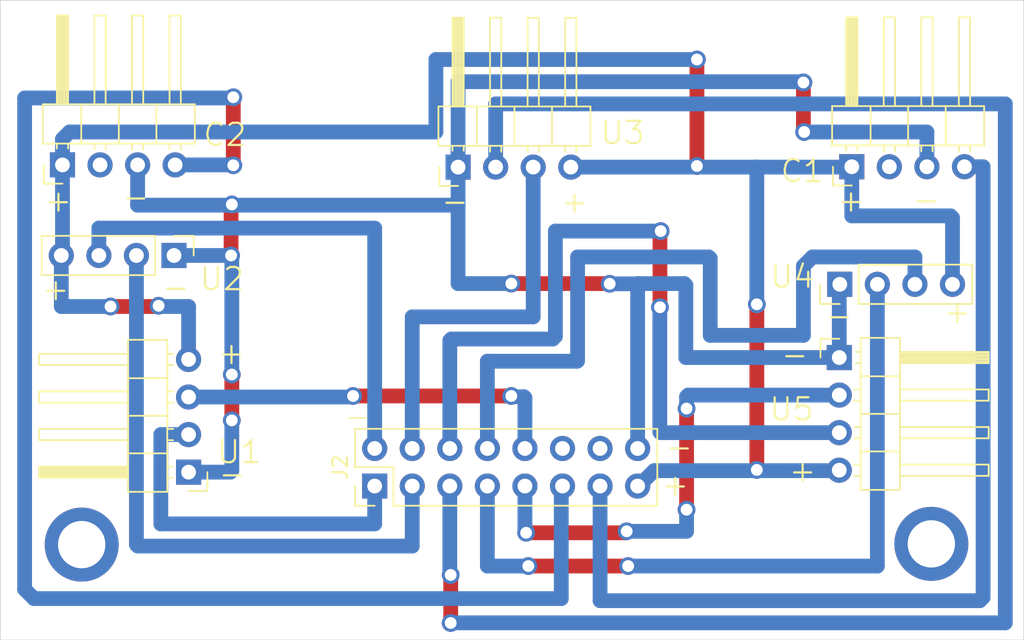
<source format=kicad_pcb>
(kicad_pcb (version 20240108) (generator "pcbnew") (generator_version "8.0")
  (layers (0 "F.Cu" signal) (31 "B.Cu" signal) (34 "B.Paste" user) (35 "F.Paste" user) (36 "B.SilkS" user "B.Silkscreen") (37 "F.SilkS" user "F.Silkscreen") (38 "B.Mask" user) (39 "F.Mask" user) (44 "Edge.Cuts" user))
  (net 0 "")
  (net 2 "GND")
  (net 3 "+5V")
  (net 5 "CNY 1")
  (net 6 "CNY 2")
  (net 7 "TRIG 3")
  (net 8 "ECHO 5")
  (net 9 "ECHO 2")
  (net 10 "TRIG 1")
  (net 11 "ECHO 1")
  (net 12 "TRIG 5")
  (net 13 "TRIG 2")
  (net 14 "ECHO 3")
  (net 15 "ECHO 4")
  (net 16 "TRIG 4")
  (footprint "Connector_PinHeader_2.54mm:PinHeader_1x04_P2.54mm_Horizontal" (layer "F.Cu") (at 183.375 67.3 180)
    (property "Reference" "U1" (at -3.425 1.36 180) (layer "F.SilkS") (effects (font (size 1.5 1.5))))
    (property "Value" "ULTRASONICO1")
    (fp_line (start 10.1 8) (end 4.1 8) (stroke (width 0.12)) (layer "F.SilkS"))
    (fp_line (start 10.1 7.24) (end 10.1 8) (stroke (width 0.12)) (layer "F.SilkS"))
    (fp_line (start 10.1 5.46) (end 4.1 5.46) (stroke (width 0.12)) (layer "F.SilkS"))
    (fp_line (start 10.1 4.7) (end 10.1 5.46) (stroke (width 0.12)) (layer "F.SilkS"))
    (fp_line (start 10.1 2.92) (end 4.1 2.92) (stroke (width 0.12)) (layer "F.SilkS"))
    (fp_line (start 10.1 2.16) (end 10.1 2.92) (stroke (width 0.12)) (layer "F.SilkS"))
    (fp_line (start 10.1 0.38) (end 4.1 0.38) (stroke (width 0.12)) (layer "F.SilkS"))
    (fp_line (start 10.1 -0.38) (end 10.1 0.38) (stroke (width 0.12)) (layer "F.SilkS"))
    (fp_line (start 4.1 8.95) (end 4.1 -1.33) (stroke (width 0.12)) (layer "F.SilkS"))
    (fp_line (start 4.1 7.24) (end 10.1 7.24) (stroke (width 0.12)) (layer "F.SilkS"))
    (fp_line (start 4.1 4.7) (end 10.1 4.7) (stroke (width 0.12)) (layer "F.SilkS"))
    (fp_line (start 4.1 2.16) (end 10.1 2.16) (stroke (width 0.12)) (layer "F.SilkS"))
    (fp_line (start 4.1 0.28) (end 10.1 0.28) (stroke (width 0.12)) (layer "F.SilkS"))
    (fp_line (start 4.1 0.16) (end 10.1 0.16) (stroke (width 0.12)) (layer "F.SilkS"))
    (fp_line (start 4.1 0.04) (end 10.1 0.04) (stroke (width 0.12)) (layer "F.SilkS"))
    (fp_line (start 4.1 -0.08) (end 10.1 -0.08) (stroke (width 0.12)) (layer "F.SilkS"))
    (fp_line (start 4.1 -0.2) (end 10.1 -0.2) (stroke (width 0.12)) (layer "F.SilkS"))
    (fp_line (start 4.1 -0.32) (end 10.1 -0.32) (stroke (width 0.12)) (layer "F.SilkS"))
    (fp_line (start 4.1 -0.38) (end 10.1 -0.38) (stroke (width 0.12)) (layer "F.SilkS"))
    (fp_line (start 4.1 -1.33) (end 1.44 -1.33) (stroke (width 0.12)) (layer "F.SilkS"))
    (fp_line (start 1.44 8.95) (end 4.1 8.95) (stroke (width 0.12)) (layer "F.SilkS"))
    (fp_line (start 1.44 6.35) (end 4.1 6.35) (stroke (width 0.12)) (layer "F.SilkS"))
    (fp_line (start 1.44 3.81) (end 4.1 3.81) (stroke (width 0.12)) (layer "F.SilkS"))
    (fp_line (start 1.44 1.27) (end 4.1 1.27) (stroke (width 0.12)) (layer "F.SilkS"))
    (fp_line (start 1.44 -1.33) (end 1.44 8.95) (stroke (width 0.12)) (layer "F.SilkS"))
    (fp_line (start 1.11 0.38) (end 1.44 0.38) (stroke (width 0.12)) (layer "F.SilkS"))
    (fp_line (start 1.11 -0.38) (end 1.44 -0.38) (stroke (width 0.12)) (layer "F.SilkS"))
    (fp_line (start 1.042929 8) (end 1.44 8) (stroke (width 0.12)) (layer "F.SilkS"))
    (fp_line (start 1.042929 7.24) (end 1.44 7.24) (stroke (width 0.12)) (layer "F.SilkS"))
    (fp_line (start 1.042929 5.46) (end 1.44 5.46) (stroke (width 0.12)) (layer "F.SilkS"))
    (fp_line (start 1.042929 4.7) (end 1.44 4.7) (stroke (width 0.12)) (layer "F.SilkS"))
    (fp_line (start 1.042929 2.92) (end 1.44 2.92) (stroke (width 0.12)) (layer "F.SilkS"))
    (fp_line (start 1.042929 2.16) (end 1.44 2.16) (stroke (width 0.12)) (layer "F.SilkS"))
    (fp_line (start -1.27 0) (end -1.27 -1.27) (stroke (width 0.12)) (layer "F.SilkS"))
    (fp_line (start -1.27 -1.27) (end 0 -1.27) (stroke (width 0.12)) (layer "F.SilkS"))
    (pad "1" thru_hole rect (at 0 0 180) (size 1.7 1.7) (drill 1) (layers "*.Cu" "*.Mask") (net 2 "GND"))
    (pad "2" thru_hole oval (at 0 2.54 180) (size 1.7 1.7) (drill 1) (layers "*.Cu" "*.Mask") (net 11 "ECHO 1"))
    (pad "3" thru_hole oval (at 0 5.08 180) (size 1.7 1.7) (drill 1) (layers "*.Cu" "*.Mask") (net 10 "TRIG 1"))
    (pad "4" thru_hole oval (at 0 7.62 180) (size 1.7 1.7) (drill 1) (layers "*.Cu" "*.Mask") (net 3 "+5V"))
  )
  (footprint "Connector_PinHeader_2.54mm:PinHeader_1x04_P2.54mm_Vertical" (layer "F.Cu") (at 182.39 52.65 -90)
    (property "Reference" "U2" (at 1.59 -3.24 180) (layer "F.SilkS") (effects (font (size 1.5 1.5))))
    (property "Value" "ULTRASONICO2")
    (fp_line (start -1.33 8.95) (end 1.33 8.95) (stroke (width 0.12)) (layer "F.SilkS"))
    (fp_line (start -1.33 1.27) (end -1.33 8.95) (stroke (width 0.12)) (layer "F.SilkS"))
    (fp_line (start -1.33 1.27) (end 1.33 1.27) (stroke (width 0.12)) (layer "F.SilkS"))
    (fp_line (start 1.33 1.27) (end 1.33 8.95) (stroke (width 0.12)) (layer "F.SilkS"))
    (fp_line (start -1.33 0) (end -1.33 -1.33) (stroke (width 0.12)) (layer "F.SilkS"))
    (fp_line (start -1.33 -1.33) (end 0 -1.33) (stroke (width 0.12)) (layer "F.SilkS"))
    (pad "1" thru_hole rect (at 0 0 270) (size 1.7 1.7) (drill 1) (layers "*.Cu" "*.Mask") (net 2 "GND"))
    (pad "2" thru_hole oval (at 0 2.54 270) (size 1.7 1.7) (drill 1) (layers "*.Cu" "*.Mask") (net 9 "ECHO 2"))
    (pad "3" thru_hole oval (at 0 5.08 270) (size 1.7 1.7) (drill 1) (layers "*.Cu" "*.Mask") (net 13 "TRIG 2"))
    (pad "4" thru_hole oval (at 0 7.62 270) (size 1.7 1.7) (drill 1) (layers "*.Cu" "*.Mask") (net 3 "+5V"))
  )
  (footprint "Connector_PinHeader_2.54mm:PinHeader_1x04_P2.54mm_Vertical" (layer "F.Cu") (at 227.41 54.6 90)
    (property "Reference" "U4" (at 0.53 -3.21 0) (layer "F.SilkS") (effects (font (size 1.5 1.5))))
    (property "Value" "ULTRASONICO4")
    (fp_line (start -1.33 -1.33) (end 0 -1.33) (stroke (width 0.12)) (layer "F.SilkS"))
    (fp_line (start -1.33 0) (end -1.33 -1.33) (stroke (width 0.12)) (layer "F.SilkS"))
    (fp_line (start 1.33 1.27) (end 1.33 8.95) (stroke (width 0.12)) (layer "F.SilkS"))
    (fp_line (start -1.33 1.27) (end 1.33 1.27) (stroke (width 0.12)) (layer "F.SilkS"))
    (fp_line (start -1.33 1.27) (end -1.33 8.95) (stroke (width 0.12)) (layer "F.SilkS"))
    (fp_line (start -1.33 8.95) (end 1.33 8.95) (stroke (width 0.12)) (layer "F.SilkS"))
    (pad "1" thru_hole rect (at 0 0 90) (size 1.7 1.7) (drill 1) (layers "*.Cu" "*.Mask") (net 2 "GND"))
    (pad "2" thru_hole oval (at 0 2.54 90) (size 1.7 1.7) (drill 1) (layers "*.Cu" "*.Mask") (net 15 "ECHO 4"))
    (pad "3" thru_hole oval (at 0 5.08 90) (size 1.7 1.7) (drill 1) (layers "*.Cu" "*.Mask") (net 16 "TRIG 4"))
    (pad "4" thru_hole oval (at 0 7.62 90) (size 1.7 1.7) (drill 1) (layers "*.Cu" "*.Mask") (net 3 "+5V"))
  )
  (footprint "" (layer "F.Cu") (at 176.15 72.2)
    (property "Reference" "" (at 0 0 0) (layer "F.SilkS") (effects (font (size 1.27 1.27))))
    (property "Value" "")
    (pad "1" thru_hole circle (at 0 0) (size 5 5) (drill 3.2) (layers "*.Cu" "*.Mask"))
  )
  (footprint "Connector_PinHeader_2.54mm:PinHeader_1x04_P2.54mm_Horizontal" (layer "F.Cu") (at 227.375 59.55)
    (property "Reference" "U5" (at -3.225 3.5 0) (layer "F.SilkS") (effects (font (size 1.5 1.5))))
    (property "Value" "ULTRASONICO5")
    (fp_line (start -1.27 -1.27) (end 0 -1.27) (stroke (width 0.12)) (layer "F.SilkS"))
    (fp_line (start -1.27 0) (end -1.27 -1.27) (stroke (width 0.12)) (layer "F.SilkS"))
    (fp_line (start 1.042929 2.16) (end 1.44 2.16) (stroke (width 0.12)) (layer "F.SilkS"))
    (fp_line (start 1.042929 2.92) (end 1.44 2.92) (stroke (width 0.12)) (layer "F.SilkS"))
    (fp_line (start 1.042929 4.7) (end 1.44 4.7) (stroke (width 0.12)) (layer "F.SilkS"))
    (fp_line (start 1.042929 5.46) (end 1.44 5.46) (stroke (width 0.12)) (layer "F.SilkS"))
    (fp_line (start 1.042929 7.24) (end 1.44 7.24) (stroke (width 0.12)) (layer "F.SilkS"))
    (fp_line (start 1.042929 8) (end 1.44 8) (stroke (width 0.12)) (layer "F.SilkS"))
    (fp_line (start 1.11 -0.38) (end 1.44 -0.38) (stroke (width 0.12)) (layer "F.SilkS"))
    (fp_line (start 1.11 0.38) (end 1.44 0.38) (stroke (width 0.12)) (layer "F.SilkS"))
    (fp_line (start 1.44 -1.33) (end 1.44 8.95) (stroke (width 0.12)) (layer "F.SilkS"))
    (fp_line (start 1.44 1.27) (end 4.1 1.27) (stroke (width 0.12)) (layer "F.SilkS"))
    (fp_line (start 1.44 3.81) (end 4.1 3.81) (stroke (width 0.12)) (layer "F.SilkS"))
    (fp_line (start 1.44 6.35) (end 4.1 6.35) (stroke (width 0.12)) (layer "F.SilkS"))
    (fp_line (start 1.44 8.95) (end 4.1 8.95) (stroke (width 0.12)) (layer "F.SilkS"))
    (fp_line (start 4.1 -1.33) (end 1.44 -1.33) (stroke (width 0.12)) (layer "F.SilkS"))
    (fp_line (start 4.1 -0.38) (end 10.1 -0.38) (stroke (width 0.12)) (layer "F.SilkS"))
    (fp_line (start 4.1 -0.32) (end 10.1 -0.32) (stroke (width 0.12)) (layer "F.SilkS"))
    (fp_line (start 4.1 -0.2) (end 10.1 -0.2) (stroke (width 0.12)) (layer "F.SilkS"))
    (fp_line (start 4.1 -0.08) (end 10.1 -0.08) (stroke (width 0.12)) (layer "F.SilkS"))
    (fp_line (start 4.1 0.04) (end 10.1 0.04) (stroke (width 0.12)) (layer "F.SilkS"))
    (fp_line (start 4.1 0.16) (end 10.1 0.16) (stroke (width 0.12)) (layer "F.SilkS"))
    (fp_line (start 4.1 0.28) (end 10.1 0.28) (stroke (width 0.12)) (layer "F.SilkS"))
    (fp_line (start 4.1 2.16) (end 10.1 2.16) (stroke (width 0.12)) (layer "F.SilkS"))
    (fp_line (start 4.1 4.7) (end 10.1 4.7) (stroke (width 0.12)) (layer "F.SilkS"))
    (fp_line (start 4.1 7.24) (end 10.1 7.24) (stroke (width 0.12)) (layer "F.SilkS"))
    (fp_line (start 4.1 8.95) (end 4.1 -1.33) (stroke (width 0.12)) (layer "F.SilkS"))
    (fp_line (start 10.1 -0.38) (end 10.1 0.38) (stroke (width 0.12)) (layer "F.SilkS"))
    (fp_line (start 10.1 0.38) (end 4.1 0.38) (stroke (width 0.12)) (layer "F.SilkS"))
    (fp_line (start 10.1 2.16) (end 10.1 2.92) (stroke (width 0.12)) (layer "F.SilkS"))
    (fp_line (start 10.1 2.92) (end 4.1 2.92) (stroke (width 0.12)) (layer "F.SilkS"))
    (fp_line (start 10.1 4.7) (end 10.1 5.46) (stroke (width 0.12)) (layer "F.SilkS"))
    (fp_line (start 10.1 5.46) (end 4.1 5.46) (stroke (width 0.12)) (layer "F.SilkS"))
    (fp_line (start 10.1 7.24) (end 10.1 8) (stroke (width 0.12)) (layer "F.SilkS"))
    (fp_line (start 10.1 8) (end 4.1 8) (stroke (width 0.12)) (layer "F.SilkS"))
    (pad "1" thru_hole rect (at 0 0) (size 1.7 1.7) (drill 1) (layers "*.Cu" "*.Mask") (net 2 "GND"))
    (pad "2" thru_hole oval (at 0 2.54) (size 1.7 1.7) (drill 1) (layers "*.Cu" "*.Mask") (net 8 "ECHO 5"))
    (pad "3" thru_hole oval (at 0 5.08) (size 1.7 1.7) (drill 1) (layers "*.Cu" "*.Mask") (net 12 "TRIG 5"))
    (pad "4" thru_hole oval (at 0 7.62) (size 1.7 1.7) (drill 1) (layers "*.Cu" "*.Mask") (net 3 "+5V"))
  )
  (footprint "" (layer "F.Cu") (at 233.6 72.15)
    (property "Reference" "" (at 0 0 0) (layer "F.SilkS") (effects (font (size 1.27 1.27))))
    (property "Value" "")
    (pad "1" thru_hole circle (at 0 0) (size 5 5) (drill 3.2) (layers "*.Cu" "*.Mask"))
  )
  (footprint "Connector_PinHeader_2.54mm:PinHeader_1x04_P2.54mm_Horizontal" (layer "F.Cu") (at 174.85 46.525 90)
    (property "Reference" "C2" (at 2.035 10.98 0) (layer "F.SilkS") (effects (font (size 1.5 1.5))))
    (property "Value" "CNY2")
    (fp_line (start 4.1 -1.33) (end 1.44 -1.33) (stroke (width 0.12)) (layer "F.SilkS"))
    (fp_line (start 1.44 -1.33) (end 1.44 8.95) (stroke (width 0.12)) (layer "F.SilkS"))
    (fp_line (start -1.27 -1.27) (end 0 -1.27) (stroke (width 0.12)) (layer "F.SilkS"))
    (fp_line (start 10.1 -0.38) (end 10.1 0.38) (stroke (width 0.12)) (layer "F.SilkS"))
    (fp_line (start 4.1 -0.38) (end 10.1 -0.38) (stroke (width 0.12)) (layer "F.SilkS"))
    (fp_line (start 1.11 -0.38) (end 1.44 -0.38) (stroke (width 0.12)) (layer "F.SilkS"))
    (fp_line (start 4.1 -0.32) (end 10.1 -0.32) (stroke (width 0.12)) (layer "F.SilkS"))
    (fp_line (start 4.1 -0.2) (end 10.1 -0.2) (stroke (width 0.12)) (layer "F.SilkS"))
    (fp_line (start 4.1 -0.08) (end 10.1 -0.08) (stroke (width 0.12)) (layer "F.SilkS"))
    (fp_line (start -1.27 0) (end -1.27 -1.27) (stroke (width 0.12)) (layer "F.SilkS"))
    (fp_line (start 4.1 0.04) (end 10.1 0.04) (stroke (width 0.12)) (layer "F.SilkS"))
    (fp_line (start 4.1 0.16) (end 10.1 0.16) (stroke (width 0.12)) (layer "F.SilkS"))
    (fp_line (start 4.1 0.28) (end 10.1 0.28) (stroke (width 0.12)) (layer "F.SilkS"))
    (fp_line (start 10.1 0.38) (end 4.1 0.38) (stroke (width 0.12)) (layer "F.SilkS"))
    (fp_line (start 1.11 0.38) (end 1.44 0.38) (stroke (width 0.12)) (layer "F.SilkS"))
    (fp_line (start 1.44 1.27) (end 4.1 1.27) (stroke (width 0.12)) (layer "F.SilkS"))
    (fp_line (start 10.1 2.16) (end 10.1 2.92) (stroke (width 0.12)) (layer "F.SilkS"))
    (fp_line (start 4.1 2.16) (end 10.1 2.16) (stroke (width 0.12)) (layer "F.SilkS"))
    (fp_line (start 1.042929 2.16) (end 1.44 2.16) (stroke (width 0.12)) (layer "F.SilkS"))
    (fp_line (start 10.1 2.92) (end 4.1 2.92) (stroke (width 0.12)) (layer "F.SilkS"))
    (fp_line (start 1.042929 2.92) (end 1.44 2.92) (stroke (width 0.12)) (layer "F.SilkS"))
    (fp_line (start 1.44 3.81) (end 4.1 3.81) (stroke (width 0.12)) (layer "F.SilkS"))
    (fp_line (start 10.1 4.7) (end 10.1 5.46) (stroke (width 0.12)) (layer "F.SilkS"))
    (fp_line (start 4.1 4.7) (end 10.1 4.7) (stroke (width 0.12)) (layer "F.SilkS"))
    (fp_line (start 1.042929 4.7) (end 1.44 4.7) (stroke (width 0.12)) (layer "F.SilkS"))
    (fp_line (start 10.1 5.46) (end 4.1 5.46) (stroke (width 0.12)) (layer "F.SilkS"))
    (fp_line (start 1.042929 5.46) (end 1.44 5.46) (stroke (width 0.12)) (layer "F.SilkS"))
    (fp_line (start 1.44 6.35) (end 4.1 6.35) (stroke (width 0.12)) (layer "F.SilkS"))
    (fp_line (start 10.1 7.24) (end 10.1 8) (stroke (width 0.12)) (layer "F.SilkS"))
    (fp_line (start 4.1 7.24) (end 10.1 7.24) (stroke (width 0.12)) (layer "F.SilkS"))
    (fp_line (start 1.042929 7.24) (end 1.44 7.24) (stroke (width 0.12)) (layer "F.SilkS"))
    (fp_line (start 10.1 8) (end 4.1 8) (stroke (width 0.12)) (layer "F.SilkS"))
    (fp_line (start 1.042929 8) (end 1.44 8) (stroke (width 0.12)) (layer "F.SilkS"))
    (fp_line (start 4.1 8.95) (end 4.1 -1.33) (stroke (width 0.12)) (layer "F.SilkS"))
    (fp_line (start 1.44 8.95) (end 4.1 8.95) (stroke (width 0.12)) (layer "F.SilkS"))
    (pad "1" thru_hole rect (at 0 0 90) (size 1.7 1.7) (drill 1) (layers "*.Cu" "*.Mask") (net 3 "+5V"))
    (pad "2" thru_hole oval (at 0 2.54 90) (size 1.7 1.7) (drill 1) (layers "*.Cu" "*.Mask"))
    (pad "3" thru_hole oval (at 0 5.08 90) (size 1.7 1.7) (drill 1) (layers "*.Cu" "*.Mask") (net 2 "GND"))
    (pad "4" thru_hole oval (at 0 7.62 90) (size 1.7 1.7) (drill 1) (layers "*.Cu" "*.Mask") (net 6 "CNY 2"))
  )
  (footprint "Connector_PinHeader_2.54mm:PinHeader_1x04_P2.54mm_Horizontal" (layer "F.Cu") (at 201.6 46.675 90)
    (property "Reference" "U3" (at 2.315 11.13 0) (layer "F.SilkS") (effects (font (size 1.5 1.5))))
    (property "Value" "ULTRASONICO3")
    (fp_line (start 4.1 -1.33) (end 1.44 -1.33) (stroke (width 0.12)) (layer "F.SilkS"))
    (fp_line (start 1.44 -1.33) (end 1.44 8.95) (stroke (width 0.12)) (layer "F.SilkS"))
    (fp_line (start -1.27 -1.27) (end 0 -1.27) (stroke (width 0.12)) (layer "F.SilkS"))
    (fp_line (start 10.1 -0.38) (end 10.1 0.38) (stroke (width 0.12)) (layer "F.SilkS"))
    (fp_line (start 4.1 -0.38) (end 10.1 -0.38) (stroke (width 0.12)) (layer "F.SilkS"))
    (fp_line (start 1.11 -0.38) (end 1.44 -0.38) (stroke (width 0.12)) (layer "F.SilkS"))
    (fp_line (start 4.1 -0.32) (end 10.1 -0.32) (stroke (width 0.12)) (layer "F.SilkS"))
    (fp_line (start 4.1 -0.2) (end 10.1 -0.2) (stroke (width 0.12)) (layer "F.SilkS"))
    (fp_line (start 4.1 -0.08) (end 10.1 -0.08) (stroke (width 0.12)) (layer "F.SilkS"))
    (fp_line (start -1.27 0) (end -1.27 -1.27) (stroke (width 0.12)) (layer "F.SilkS"))
    (fp_line (start 4.1 0.04) (end 10.1 0.04) (stroke (width 0.12)) (layer "F.SilkS"))
    (fp_line (start 4.1 0.16) (end 10.1 0.16) (stroke (width 0.12)) (layer "F.SilkS"))
    (fp_line (start 4.1 0.28) (end 10.1 0.28) (stroke (width 0.12)) (layer "F.SilkS"))
    (fp_line (start 10.1 0.38) (end 4.1 0.38) (stroke (width 0.12)) (layer "F.SilkS"))
    (fp_line (start 1.11 0.38) (end 1.44 0.38) (stroke (width 0.12)) (layer "F.SilkS"))
    (fp_line (start 1.44 1.27) (end 4.1 1.27) (stroke (width 0.12)) (layer "F.SilkS"))
    (fp_line (start 10.1 2.16) (end 10.1 2.92) (stroke (width 0.12)) (layer "F.SilkS"))
    (fp_line (start 4.1 2.16) (end 10.1 2.16) (stroke (width 0.12)) (layer "F.SilkS"))
    (fp_line (start 1.042929 2.16) (end 1.44 2.16) (stroke (width 0.12)) (layer "F.SilkS"))
    (fp_line (start 10.1 2.92) (end 4.1 2.92) (stroke (width 0.12)) (layer "F.SilkS"))
    (fp_line (start 1.042929 2.92) (end 1.44 2.92) (stroke (width 0.12)) (layer "F.SilkS"))
    (fp_line (start 1.44 3.81) (end 4.1 3.81) (stroke (width 0.12)) (layer "F.SilkS"))
    (fp_line (start 10.1 4.7) (end 10.1 5.46) (stroke (width 0.12)) (layer "F.SilkS"))
    (fp_line (start 4.1 4.7) (end 10.1 4.7) (stroke (width 0.12)) (layer "F.SilkS"))
    (fp_line (start 1.042929 4.7) (end 1.44 4.7) (stroke (width 0.12)) (layer "F.SilkS"))
    (fp_line (start 10.1 5.46) (end 4.1 5.46) (stroke (width 0.12)) (layer "F.SilkS"))
    (fp_line (start 1.042929 5.46) (end 1.44 5.46) (stroke (width 0.12)) (layer "F.SilkS"))
    (fp_line (start 1.44 6.35) (end 4.1 6.35) (stroke (width 0.12)) (layer "F.SilkS"))
    (fp_line (start 10.1 7.24) (end 10.1 8) (stroke (width 0.12)) (layer "F.SilkS"))
    (fp_line (start 4.1 7.24) (end 10.1 7.24) (stroke (width 0.12)) (layer "F.SilkS"))
    (fp_line (start 1.042929 7.24) (end 1.44 7.24) (stroke (width 0.12)) (layer "F.SilkS"))
    (fp_line (start 10.1 8) (end 4.1 8) (stroke (width 0.12)) (layer "F.SilkS"))
    (fp_line (start 1.042929 8) (end 1.44 8) (stroke (width 0.12)) (layer "F.SilkS"))
    (fp_line (start 4.1 8.95) (end 4.1 -1.33) (stroke (width 0.12)) (layer "F.SilkS"))
    (fp_line (start 1.44 8.95) (end 4.1 8.95) (stroke (width 0.12)) (layer "F.SilkS"))
    (pad "1" thru_hole rect (at 0 0 90) (size 1.7 1.7) (drill 1) (layers "*.Cu" "*.Mask") (net 2 "GND"))
    (pad "2" thru_hole oval (at 0 2.54 90) (size 1.7 1.7) (drill 1) (layers "*.Cu" "*.Mask") (net 14 "ECHO 3"))
    (pad "3" thru_hole oval (at 0 5.08 90) (size 1.7 1.7) (drill 1) (layers "*.Cu" "*.Mask") (net 7 "TRIG 3"))
    (pad "4" thru_hole oval (at 0 7.62 90) (size 1.7 1.7) (drill 1) (layers "*.Cu" "*.Mask") (net 3 "+5V"))
  )
  (footprint "Connector_PinHeader_2.54mm:PinHeader_1x04_P2.54mm_Horizontal" (layer "F.Cu") (at 228.22 46.65 90)
    (property "Reference" "C1" (at -0.29 -3.35 0) (layer "F.SilkS") (effects (font (size 1.5 1.5))))
    (property "Value" "CNY1")
    (fp_line (start 4.1 -1.33) (end 1.44 -1.33) (stroke (width 0.12)) (layer "F.SilkS"))
    (fp_line (start 1.44 -1.33) (end 1.44 8.95) (stroke (width 0.12)) (layer "F.SilkS"))
    (fp_line (start -1.27 -1.27) (end 0 -1.27) (stroke (width 0.12)) (layer "F.SilkS"))
    (fp_line (start 10.1 -0.38) (end 10.1 0.38) (stroke (width 0.12)) (layer "F.SilkS"))
    (fp_line (start 4.1 -0.38) (end 10.1 -0.38) (stroke (width 0.12)) (layer "F.SilkS"))
    (fp_line (start 1.11 -0.38) (end 1.44 -0.38) (stroke (width 0.12)) (layer "F.SilkS"))
    (fp_line (start 4.1 -0.32) (end 10.1 -0.32) (stroke (width 0.12)) (layer "F.SilkS"))
    (fp_line (start 4.1 -0.2) (end 10.1 -0.2) (stroke (width 0.12)) (layer "F.SilkS"))
    (fp_line (start 4.1 -0.08) (end 10.1 -0.08) (stroke (width 0.12)) (layer "F.SilkS"))
    (fp_line (start -1.27 0) (end -1.27 -1.27) (stroke (width 0.12)) (layer "F.SilkS"))
    (fp_line (start 4.1 0.04) (end 10.1 0.04) (stroke (width 0.12)) (layer "F.SilkS"))
    (fp_line (start 4.1 0.16) (end 10.1 0.16) (stroke (width 0.12)) (layer "F.SilkS"))
    (fp_line (start 4.1 0.28) (end 10.1 0.28) (stroke (width 0.12)) (layer "F.SilkS"))
    (fp_line (start 10.1 0.38) (end 4.1 0.38) (stroke (width 0.12)) (layer "F.SilkS"))
    (fp_line (start 1.11 0.38) (end 1.44 0.38) (stroke (width 0.12)) (layer "F.SilkS"))
    (fp_line (start 1.44 1.27) (end 4.1 1.27) (stroke (width 0.12)) (layer "F.SilkS"))
    (fp_line (start 10.1 2.16) (end 10.1 2.92) (stroke (width 0.12)) (layer "F.SilkS"))
    (fp_line (start 4.1 2.16) (end 10.1 2.16) (stroke (width 0.12)) (layer "F.SilkS"))
    (fp_line (start 1.042929 2.16) (end 1.44 2.16) (stroke (width 0.12)) (layer "F.SilkS"))
    (fp_line (start 10.1 2.92) (end 4.1 2.92) (stroke (width 0.12)) (layer "F.SilkS"))
    (fp_line (start 1.042929 2.92) (end 1.44 2.92) (stroke (width 0.12)) (layer "F.SilkS"))
    (fp_line (start 1.44 3.81) (end 4.1 3.81) (stroke (width 0.12)) (layer "F.SilkS"))
    (fp_line (start 10.1 4.7) (end 10.1 5.46) (stroke (width 0.12)) (layer "F.SilkS"))
    (fp_line (start 4.1 4.7) (end 10.1 4.7) (stroke (width 0.12)) (layer "F.SilkS"))
    (fp_line (start 1.042929 4.7) (end 1.44 4.7) (stroke (width 0.12)) (layer "F.SilkS"))
    (fp_line (start 10.1 5.46) (end 4.1 5.46) (stroke (width 0.12)) (layer "F.SilkS"))
    (fp_line (start 1.042929 5.46) (end 1.44 5.46) (stroke (width 0.12)) (layer "F.SilkS"))
    (fp_line (start 1.44 6.35) (end 4.1 6.35) (stroke (width 0.12)) (layer "F.SilkS"))
    (fp_line (start 10.1 7.24) (end 10.1 8) (stroke (width 0.12)) (layer "F.SilkS"))
    (fp_line (start 4.1 7.24) (end 10.1 7.24) (stroke (width 0.12)) (layer "F.SilkS"))
    (fp_line (start 1.042929 7.24) (end 1.44 7.24) (stroke (width 0.12)) (layer "F.SilkS"))
    (fp_line (start 10.1 8) (end 4.1 8) (stroke (width 0.12)) (layer "F.SilkS"))
    (fp_line (start 1.042929 8) (end 1.44 8) (stroke (width 0.12)) (layer "F.SilkS"))
    (fp_line (start 4.1 8.95) (end 4.1 -1.33) (stroke (width 0.12)) (layer "F.SilkS"))
    (fp_line (start 1.44 8.95) (end 4.1 8.95) (stroke (width 0.12)) (layer "F.SilkS"))
    (pad "1" thru_hole rect (at 0 0 90) (size 1.7 1.7) (drill 1) (layers "*.Cu" "*.Mask") (net 3 "+5V"))
    (pad "2" thru_hole oval (at 0 2.54 90) (size 1.7 1.7) (drill 1) (layers "*.Cu" "*.Mask"))
    (pad "3" thru_hole oval (at 0 5.08 90) (size 1.7 1.7) (drill 1) (layers "*.Cu" "*.Mask") (net 2 "GND"))
    (pad "4" thru_hole oval (at 0 7.62 90) (size 1.7 1.7) (drill 1) (layers "*.Cu" "*.Mask") (net 5 "CNY 1"))
  )
  (footprint "Connector_PinHeader_2.54mm:PinHeader_2x08_P2.54mm_Vertical" (layer "F.Cu") (at 195.96 68.24 90)
    (property "Reference" "J2" (at 1.27 -2.33 90) (layer "F.SilkS"))
    (property "Value" "Conexion Sensores")
    (fp_line (start 3.87 -1.33) (end 3.87 19.11) (stroke (width 0.12)) (layer "F.SilkS"))
    (fp_line (start 1.27 -1.33) (end 3.87 -1.33) (stroke (width 0.12)) (layer "F.SilkS"))
    (fp_line (start -1.33 -1.33) (end 0 -1.33) (stroke (width 0.12)) (layer "F.SilkS"))
    (fp_line (start -1.33 0) (end -1.33 -1.33) (stroke (width 0.12)) (layer "F.SilkS"))
    (fp_line (start 1.27 1.27) (end 1.27 -1.33) (stroke (width 0.12)) (layer "F.SilkS"))
    (fp_line (start -1.33 1.27) (end 1.27 1.27) (stroke (width 0.12)) (layer "F.SilkS"))
    (fp_line (start -1.33 1.27) (end -1.33 19.11) (stroke (width 0.12)) (layer "F.SilkS"))
    (fp_line (start -1.33 19.11) (end 3.87 19.11) (stroke (width 0.12)) (layer "F.SilkS"))
    (pad "1" thru_hole rect (at 0 0 90) (size 1.7 1.7) (drill 1) (layers "*.Cu" "*.Mask") (net 11 "ECHO 1"))
    (pad "2" thru_hole oval (at 2.54 0 90) (size 1.7 1.7) (drill 1) (layers "*.Cu" "*.Mask") (net 13 "TRIG 2"))
    (pad "3" thru_hole oval (at 0 2.54 90) (size 1.7 1.7) (drill 1) (layers "*.Cu" "*.Mask") (net 9 "ECHO 2"))
    (pad "4" thru_hole oval (at 2.54 2.54 90) (size 1.7 1.7) (drill 1) (layers "*.Cu" "*.Mask") (net 7 "TRIG 3"))
    (pad "5" thru_hole oval (at 0 5.08 90) (size 1.7 1.7) (drill 1) (layers "*.Cu" "*.Mask") (net 14 "ECHO 3"))
    (pad "6" thru_hole oval (at 2.54 5.08 90) (size 1.7 1.7) (drill 1) (layers "*.Cu" "*.Mask") (net 12 "TRIG 5"))
    (pad "7" thru_hole oval (at 0 7.62 90) (size 1.7 1.7) (drill 1) (layers "*.Cu" "*.Mask") (net 15 "ECHO 4"))
    (pad "8" thru_hole oval (at 2.54 7.62 90) (size 1.7 1.7) (drill 1) (layers "*.Cu" "*.Mask") (net 16 "TRIG 4"))
    (pad "9" thru_hole oval (at 0 10.16 90) (size 1.7 1.7) (drill 1) (layers "*.Cu" "*.Mask") (net 8 "ECHO 5"))
    (pad "10" thru_hole oval (at 2.54 10.16 90) (size 1.7 1.7) (drill 1) (layers "*.Cu" "*.Mask") (net 10 "TRIG 1"))
    (pad "11" thru_hole oval (at 0 12.7 90) (size 1.7 1.7) (drill 1) (layers "*.Cu" "*.Mask") (net 6 "CNY 2"))
    (pad "12" thru_hole oval (at 2.54 12.7 90) (size 1.7 1.7) (drill 1) (layers "*.Cu" "*.Mask"))
    (pad "13" thru_hole oval (at 0 15.24 90) (size 1.7 1.7) (drill 1) (layers "*.Cu" "*.Mask") (net 5 "CNY 1"))
    (pad "14" thru_hole oval (at 2.54 15.24 90) (size 1.7 1.7) (drill 1) (layers "*.Cu" "*.Mask"))
    (pad "15" thru_hole oval (at 0 17.78 90) (size 1.7 1.7) (drill 1) (layers "*.Cu" "*.Mask") (net 3 "+5V"))
    (pad "16" thru_hole oval (at 2.54 17.78 90) (size 1.7 1.7) (drill 1) (layers "*.Cu" "*.Mask") (net 2 "GND"))
  )
  (gr_rect (start 170.65 35.4) (end 239.85 78.65) (stroke (width 0.05)) (fill none) (layer "Edge.Cuts"))
  (gr_text "+" (at 223.87 68.08 0) (layer "F.SilkS") (effects (font (size 1.5 1.5)) (justify left bottom)))
  (gr_text "-" (at 215.53 66.46 0) (layer "F.SilkS") (effects (font (size 1.5 1.5)) (justify left bottom)))
  (gr_text "+" (at 173.55 49.81 0) (layer "F.SilkS") (effects (font (size 1.5 1.5)) (justify left bottom)))
  (gr_text "-" (at 193.8 64.4 0) (layer "F.SilkS") (effects (font (size 1.5 1.5) (thickness 0.1)) (justify left bottom)))
  (gr_text "-" (at 185.3 68.28 0) (layer "F.SilkS") (effects (font (size 1.5 1.5)) (justify left bottom)))
  (gr_text "-" (at 200.36 49.85 0) (layer "F.SilkS") (effects (font (size 1.5 1.5)) (justify left bottom)))
  (gr_text "+" (at 215.26 69.03 0) (layer "F.SilkS") (effects (font (size 1.5 1.5)) (justify left bottom)))
  (gr_text "-" (at 225.39 58.7 180) (layer "F.SilkS") (effects (font (size 1.5 1.5)) (justify left bottom)))
  (gr_text "+" (at 208.44 49.89 0) (layer "F.SilkS") (effects (font (size 1.5 1.5)) (justify left bottom)))
  (gr_text "-" (at 181.47 55.67 0) (layer "F.SilkS") (effects (font (size 1.5 1.5)) (justify left bottom)))
  (gr_text "-" (at 226.34 57.59 0) (layer "F.SilkS") (effects (font (size 1.5 1.5)) (justify left bottom)))
  (gr_text "-" (at 232.22 49.76 0) (layer "F.SilkS") (effects (font (size 1.5 1.5)) (justify left bottom)))
  (gr_text "+" (at 234.34 57.34 0) (layer "F.SilkS") (effects (font (size 1.5 1.5)) (justify left bottom)))
  (gr_text "-" (at 178.77 49.56 0) (layer "F.SilkS") (effects (font (size 1.5 1.5)) (justify left bottom)))
  (gr_text "+" (at 185.25 60.11 0) (layer "F.SilkS") (effects (font (size 1.5 1.5)) (justify left bottom)))
  (gr_text "+" (at 227.14 49.8 0) (layer "F.SilkS") (effects (font (size 1.5 1.5)) (justify left bottom)))
  (gr_text "+" (at 173.37 55.8 0) (layer "F.SilkS") (effects (font (size 1.5 1.5)) (justify left bottom)))
  (segment (start 186.25 49.25) (end 186.3 49.2) (width 1) (layer "F.Cu") (net 2))
  (segment (start 211.835 54.55) (end 211.85 54.565) (width 1) (layer "F.Cu") (net 2))
  (segment (start 224.95 40.95) (end 224.95 44.25) (width 1) (layer "F.Cu") (net 2))
  (segment (start 205.2 54.55) (end 211.835 54.55) (width 1) (layer "F.Cu") (net 2))
  (segment (start 224.95 44.25) (end 225 44.3) (width 1) (layer "F.Cu") (net 2))
  (segment (start 186.25 52.65) (end 186.25 49.25) (width 1) (layer "F.Cu") (net 2))
  (segment (start 186.3 60.7) (end 186.3 63.8) (width 1) (layer "F.Cu") (net 2))
  (via (at 186.25 52.65) (size 1.2) (drill 0.8) (layers "F.Cu" "B.Cu") (net 2))
  (via (at 211.85 54.565) (size 1.2) (drill 0.8) (layers "F.Cu" "B.Cu") (net 2))
  (via (at 186.3 49.2) (size 1.2) (drill 0.8) (layers "F.Cu" "B.Cu") (net 2))
  (via (at 186.3 60.7) (size 1.2) (drill 0.8) (layers "F.Cu" "B.Cu") (net 2))
  (via (at 225 44.3) (size 1.2) (drill 0.8) (layers "F.Cu" "B.Cu") (net 2))
  (via (at 205.2 54.55) (size 1.2) (drill 0.8) (layers "F.Cu" "B.Cu") (net 2))
  (via (at 224.95 40.95) (size 1.2) (drill 0.8) (layers "F.Cu" "B.Cu") (net 2))
  (via (at 186.3 63.8) (size 1.2) (drill 0.8) (layers "F.Cu" "B.Cu") (net 2))
  (segment (start 217 59.55) (end 227.375 59.55) (width 1) (layer "B.Cu") (net 2))
  (segment (start 201.6 40.9) (end 224.95 40.9) (width 1) (layer "B.Cu") (net 2))
  (segment (start 213.74 65.7) (end 213.74 54.565) (width 1) (layer "B.Cu") (net 2))
  (segment (start 233.3 46.726296) (end 233.3 46.65) (width 1) (layer "B.Cu") (net 2))
  (segment (start 186.2 67.3) (end 186.3 67.2) (width 1) (layer "B.Cu") (net 2))
  (segment (start 179.93 46.525) (end 179.93 49.25) (width 1) (layer "B.Cu") (net 2))
  (segment (start 216.9 54.55) (end 217 54.65) (width 1) (layer "B.Cu") (net 2))
  (segment (start 211.85 54.565) (end 213.74 54.565) (width 1) (layer "B.Cu") (net 2))
  (segment (start 201.6 46.675) (end 201.6 40.9) (width 1) (layer "B.Cu") (net 2))
  (segment (start 227.375 54.635) (end 227.41 54.6) (width 1) (layer "B.Cu") (net 2))
  (segment (start 233.3 46.65) (end 233.3 44.3) (width 1) (layer "B.Cu") (net 2))
  (segment (start 213.755 54.55) (end 216.9 54.55) (width 1) (layer "B.Cu") (net 2))
  (segment (start 201.6 49.25) (end 201.6 46.675) (width 1) (layer "B.Cu") (net 2))
  (segment (start 186.3 52.65) (end 186.3 60.72) (width 1) (layer "B.Cu") (net 2))
  (segment (start 186.3 67.2) (end 186.3 63.72) (width 1) (layer "B.Cu") (net 2))
  (segment (start 201.6 54.55) (end 205.18 54.55) (width 1) (layer "B.Cu") (net 2))
  (segment (start 217 54.65) (end 217 59.55) (width 1) (layer "B.Cu") (net 2))
  (segment (start 213.74 54.565) (end 213.755 54.55) (width 1) (layer "B.Cu") (net 2))
  (segment (start 201.6 49.25) (end 201.6 54.55) (width 1) (layer "B.Cu") (net 2))
  (segment (start 179.93 49.25) (end 201.6 49.25) (width 1) (layer "B.Cu") (net 2))
  (segment (start 233.3 44.3) (end 224.95 44.3) (width 1) (layer "B.Cu") (net 2))
  (segment (start 227.375 59.55) (end 227.375 54.635) (width 1) (layer "B.Cu") (net 2))
  (segment (start 183.375 67.3) (end 186.2 67.3) (width 1) (layer "B.Cu") (net 2))
  (segment (start 182.39 52.65) (end 186.3 52.65) (width 1) (layer "B.Cu") (net 2))
  (segment (start 181.3 56.1) (end 181.35 56.05) (width 1) (layer "F.Cu") (net 3))
  (segment (start 217.75 39.4) (end 217.75 46.6) (width 1) (layer "F.Cu") (net 3))
  (segment (start 178.1 56.1) (end 181.3 56.1) (width 1) (layer "F.Cu") (net 3))
  (segment (start 221.8 55.95) (end 221.8 67.15) (width 1) (layer "F.Cu") (net 3))
  (via (at 181.35 56.05) (size 1.2) (drill 0.8) (layers "F.Cu" "B.Cu") (net 3))
  (via (at 178.1 56.1) (size 1.2) (drill 0.8) (layers "F.Cu" "B.Cu") (net 3))
  (via (at 221.8 67.15) (size 1.2) (drill 0.8) (layers "F.Cu" "B.Cu") (net 3))
  (via (at 221.8 55.95) (size 1.2) (drill 0.8) (layers "F.Cu" "B.Cu") (net 3))
  (via (at 217.75 39.4) (size 1.2) (drill 0.8) (layers "F.Cu" "B.Cu") (net 3))
  (via (at 217.75 46.6) (size 1.2) (drill 0.8) (layers "F.Cu" "B.Cu") (net 3))
  (segment (start 235.03 54.6) (end 235.03 50.1) (width 1) (layer "B.Cu") (net 3))
  (segment (start 174.85 46.525) (end 174.85 44.775) (width 1) (layer "B.Cu") (net 3))
  (segment (start 174.77 46.605) (end 174.85 46.525) (width 1) (layer "B.Cu") (net 3))
  (segment (start 174.85 52.57) (end 174.77 52.65) (width 1) (layer "B.Cu") (net 3))
  (segment (start 228.195 46.675) (end 228.22 46.65) (width 1) (layer "B.Cu") (net 3))
  (segment (start 174.77 56.1) (end 178.1 56.1) (width 1) (layer "B.Cu") (net 3))
  (segment (start 213.74 68.24) (end 213.816296 68.24) (width 1) (layer "B.Cu") (net 3))
  (segment (start 221.8 46.725) (end 221.75 46.675) (width 1) (layer "B.Cu") (net 3))
  (segment (start 227.345 67.2) (end 227.375 67.17) (width 1) (layer "B.Cu") (net 3))
  (segment (start 183.375 59.68) (end 183.375 56.1) (width 1) (layer "B.Cu") (net 3))
  (segment (start 228.22 49.97) (end 228.22 46.65) (width 1) (layer "B.Cu") (net 3))
  (segment (start 200.1 44.3) (end 200.1 39.4) (width 1) (layer "B.Cu") (net 3))
  (segment (start 174.85 44.775) (end 175.325 44.3) (width 1) (layer "B.Cu") (net 3))
  (segment (start 213.816296 68.24) (end 214.856296 67.2) (width 1) (layer "B.Cu") (net 3))
  (segment (start 174.85 46.525) (end 174.85 52.57) (width 1) (layer "B.Cu") (net 3))
  (segment (start 200.1 39.4) (end 217.8 39.4) (width 1) (layer "B.Cu") (net 3))
  (segment (start 235.03 50.1) (end 234.9 49.97) (width 1) (layer "B.Cu") (net 3))
  (segment (start 221.8 55.95) (end 221.8 46.725) (width 1) (layer "B.Cu") (net 3))
  (segment (start 174.77 52.65) (end 174.77 56.1) (width 1) (layer "B.Cu") (net 3))
  (segment (start 234.9 49.97) (end 228.22 49.97) (width 1) (layer "B.Cu") (net 3))
  (segment (start 183.375 56.1) (end 181.35 56.1) (width 1) (layer "B.Cu") (net 3))
  (segment (start 209.22 46.675) (end 221.75 46.675) (width 1) (layer "B.Cu") (net 3))
  (segment (start 175.325 44.3) (end 200.1 44.3) (width 1) (layer "B.Cu") (net 3))
  (segment (start 214.856296 67.2) (end 227.345 67.2) (width 1) (layer "B.Cu") (net 3))
  (segment (start 221.75 46.675) (end 228.195 46.675) (width 1) (layer "B.Cu") (net 3))
  (segment (start 236.88 75.99) (end 211.2 75.99) (width 1) (layer "B.Cu") (net 5))
  (segment (start 237.1 46.65) (end 237.1 75.77) (width 1) (layer "B.Cu") (net 5))
  (segment (start 235.84 46.65) (end 237.1 46.65) (width 1) (layer "B.Cu") (net 5))
  (segment (start 211.2 75.99) (end 211.2 68.24) (width 1) (layer "B.Cu") (net 5))
  (segment (start 237.1 75.77) (end 236.88 75.99) (width 1) (layer "B.Cu") (net 5))
  (segment (start 186.4 46.55) (end 186.4 41.95) (width 1) (layer "F.Cu") (net 6))
  (via (at 186.4 46.55) (size 1.2) (drill 0.8) (layers "F.Cu" "B.Cu") (net 6))
  (via (at 186.4 41.95) (size 1.2) (drill 0.8) (layers "F.Cu" "B.Cu") (net 6))
  (segment (start 208.576296 75.85) (end 208.576296 68.4) (width 1) (layer "B.Cu") (net 6))
  (segment (start 182.47 46.525) (end 186.35 46.525) (width 1) (layer "B.Cu") (net 6))
  (segment (start 172.3 42) (end 172.29 42.01) (width 1) (layer "B.Cu") (net 6))
  (segment (start 172.29 42.01) (end 172.29 75.22) (width 1) (layer "B.Cu") (net 6))
  (segment (start 186.3 42) (end 172.3 42) (width 1) (layer "B.Cu") (net 6))
  (segment (start 172.29 75.22) (end 172.92 75.85) (width 1) (layer "B.Cu") (net 6))
  (segment (start 172.92 75.85) (end 208.576296 75.85) (width 1) (layer "B.Cu") (net 6))
  (segment (start 206.68 56.8) (end 198.5 56.8) (width 1) (layer "B.Cu") (net 7))
  (segment (start 198.5 56.8) (end 198.5 65.7) (width 1) (layer "B.Cu") (net 7))
  (segment (start 206.68 46.675) (end 206.68 56.8) (width 1) (layer "B.Cu") (net 7))
  (segment (start 212.9 71.4) (end 213 71.3) (width 1) (layer "F.Cu") (net 8))
  (segment (start 206.2 71.4) (end 212.9 71.4) (width 1) (layer "F.Cu") (net 8))
  (segment (start 217.05 63) (end 217.05 69.84) (width 1) (layer "F.Cu") (net 8))
  (via (at 206.2 71.4) (size 1.2) (drill 0.8) (layers "F.Cu" "B.Cu") (net 8))
  (via (at 213 71.3) (size 1.2) (drill 0.8) (layers "F.Cu" "B.Cu") (net 8))
  (via (at 217.05 63) (size 1.2) (drill 0.8) (layers "F.Cu" "B.Cu") (net 8))
  (via (at 217.05 69.84) (size 1.2) (drill 0.8) (layers "F.Cu" "B.Cu") (net 8))
  (segment (start 217.05 63) (end 217.05 62.2) (width 1) (layer "B.Cu") (net 8))
  (segment (start 217.05 62.2) (end 217.16 62.09) (width 1) (layer "B.Cu") (net 8))
  (segment (start 206.12 71.32) (end 206.2 71.4) (width 1) (layer "B.Cu") (net 8))
  (segment (start 217.16 62.09) (end 227.375 62.09) (width 1) (layer "B.Cu") (net 8))
  (segment (start 217.05 71.3) (end 217.05 69.74) (width 1) (layer "B.Cu") (net 8))
  (segment (start 212.9 71.3) (end 217.05 71.3) (width 1) (layer "B.Cu") (net 8))
  (segment (start 206.12 68.24) (end 206.12 71.32) (width 1) (layer "B.Cu") (net 8))
  (segment (start 179.85 52.65) (end 179.85 72.2) (width 1) (layer "B.Cu") (net 9))
  (segment (start 179.95 72.3) (end 198.5 72.3) (width 1) (layer "B.Cu") (net 9))
  (segment (start 179.85 72.2) (end 179.95 72.3) (width 1) (layer "B.Cu") (net 9))
  (segment (start 198.5 72.3) (end 198.5 68.24) (width 1) (layer "B.Cu") (net 9))
  (segment (start 205.2 62.15) (end 194.5 62.15) (width 1) (layer "F.Cu") (net 10))
  (via (at 194.5 62.15) (size 1.2) (drill 0.8) (layers "F.Cu" "B.Cu") (net 10))
  (via (at 205.2 62.15) (size 1.2) (drill 0.8) (layers "F.Cu" "B.Cu") (net 10))
  (segment (start 206.12 65.7) (end 206.12 62.27) (width 1) (layer "B.Cu") (net 10))
  (segment (start 206.05 62.2) (end 205.08 62.2) (width 1) (layer "B.Cu") (net 10))
  (segment (start 194.44 62.22) (end 194.46 62.2) (width 1) (layer "B.Cu") (net 10))
  (segment (start 206.12 62.27) (end 206.05 62.2) (width 1) (layer "B.Cu") (net 10))
  (segment (start 183.375 62.22) (end 194.44 62.22) (width 1) (layer "B.Cu") (net 10))
  (segment (start 195.96 68.24) (end 195.96 70.8) (width 1) (layer "B.Cu") (net 11))
  (segment (start 195.96 70.8) (end 181.5 70.8) (width 1) (layer "B.Cu") (net 11))
  (segment (start 181.5 70.8) (end 181.5 64.76) (width 1) (layer "B.Cu") (net 11))
  (segment (start 181.5 64.76) (end 183.375 64.76) (width 1) (layer "B.Cu") (net 11))
  (segment (start 215.25 51.05) (end 215.3 51) (width 1) (layer "F.Cu") (net 12))
  (segment (start 215.25 56.15) (end 215.25 51.05) (width 1) (layer "F.Cu") (net 12))
  (via (at 215.25 56.15) (size 1.2) (drill 0.8) (layers "F.Cu" "B.Cu") (net 12))
  (via (at 215.3 51) (size 1.2) (drill 0.8) (layers "F.Cu" "B.Cu") (net 12))
  (segment (start 201.04 65.7) (end 201.04 58.4) (width 1) (layer "B.Cu") (net 12))
  (segment (start 201.04 58.4) (end 201.14 58.3) (width 1) (layer "B.Cu") (net 12))
  (segment (start 215.286296 64.63) (end 215.24 64.583704) (width 1) (layer "B.Cu") (net 12))
  (segment (start 208.18 51) (end 215.3 51) (width 1) (layer "B.Cu") (net 12))
  (segment (start 201.14 58.3) (end 208 58.3) (width 1) (layer "B.Cu") (net 12))
  (segment (start 227.375 64.63) (end 215.286296 64.63) (width 1) (layer "B.Cu") (net 12))
  (segment (start 208.18 58.12) (end 208.18 51) (width 1) (layer "B.Cu") (net 12))
  (segment (start 215.24 64.583704) (end 215.24 56.09) (width 1) (layer "B.Cu") (net 12))
  (segment (start 208 58.3) (end 208.18 58.12) (width 1) (layer "B.Cu") (net 12))
  (segment (start 177.31 50.8) (end 177.31 52.65) (width 1) (layer "B.Cu") (net 13))
  (segment (start 195.96 65.7) (end 195.96 50.8) (width 1) (layer "B.Cu") (net 13))
  (segment (start 195.96 50.8) (end 177.31 50.8) (width 1) (layer "B.Cu") (net 13))
  (segment (start 201.1 77.5) (end 201.1 74.25) (width 1) (layer "F.Cu") (net 14))
  (via (at 201.1 77.5) (size 1.2) (drill 0.8) (layers "F.Cu" "B.Cu") (net 14))
  (via (at 201.1 74.25) (size 1.2) (drill 0.8) (layers "F.Cu" "B.Cu") (net 14))
  (segment (start 238.6 42.4) (end 238.6 77.49) (width 1) (layer "B.Cu") (net 14))
  (segment (start 238.6 77.49) (end 201.09 77.49) (width 1) (layer "B.Cu") (net 14))
  (segment (start 201.04 74.34) (end 201.05 74.35) (width 1) (layer "B.Cu") (net 14))
  (segment (start 201.04 68.24) (end 201.04 74.34) (width 1) (layer "B.Cu") (net 14))
  (segment (start 201.09 77.49) (end 201.05 77.45) (width 1) (layer "B.Cu") (net 14))
  (segment (start 204.14 42.41) (end 204.15 42.4) (width 1) (layer "B.Cu") (net 14))
  (segment (start 204.14 46.675) (end 204.14 42.41) (width 1) (layer "B.Cu") (net 14))
  (segment (start 204.15 42.4) (end 238.6 42.4) (width 1) (layer "B.Cu") (net 14))
  (segment (start 213.1 73.65) (end 206.35 73.65) (width 1) (layer "F.Cu") (net 15))
  (via (at 213.1 73.65) (size 1.2) (drill 0.8) (layers "F.Cu" "B.Cu") (net 15))
  (via (at 206.35 73.65) (size 1.2) (drill 0.8) (layers "F.Cu" "B.Cu") (net 15))
  (segment (start 206.35 73.65) (end 206.4 73.65) (width 1) (layer "B.Cu") (net 15))
  (segment (start 213.1 73.65) (end 229.95 73.65) (width 1) (layer "B.Cu") (net 15))
  (segment (start 203.58 68.24) (end 203.58 73.65) (width 1) (layer "B.Cu") (net 15))
  (segment (start 203.58 73.65) (end 206.35 73.65) (width 1) (layer "B.Cu") (net 15))
  (segment (start 229.95 73.65) (end 229.95 54.6) (width 1) (layer "B.Cu") (net 15))
  (segment (start 224.95 53.36) (end 225.56 52.75) (width 1) (layer "B.Cu") (net 16))
  (segment (start 209.68 52.75) (end 218.55 52.75) (width 1) (layer "B.Cu") (net 16))
  (segment (start 225.56 52.75) (end 232.49 52.75) (width 1) (layer "B.Cu") (net 16))
  (segment (start 218.55 52.75) (end 218.65 52.85) (width 1) (layer "B.Cu") (net 16))
  (segment (start 203.58 65.7) (end 203.58 59.8) (width 1) (layer "B.Cu") (net 16))
  (segment (start 224.95 58.05) (end 224.95 53.36) (width 1) (layer "B.Cu") (net 16))
  (segment (start 218.65 58.05) (end 224.95 58.05) (width 1) (layer "B.Cu") (net 16))
  (segment (start 232.49 52.75) (end 232.49 54.6) (width 1) (layer "B.Cu") (net 16))
  (segment (start 218.65 52.85) (end 218.65 58.05) (width 1) (layer "B.Cu") (net 16))
  (segment (start 203.58 59.8) (end 209.65 59.8) (width 1) (layer "B.Cu") (net 16))
  (segment (start 209.65 59.8) (end 209.68 59.77) (width 1) (layer "B.Cu") (net 16))
  (segment (start 209.68 59.77) (end 209.68 52.75) (width 1) (layer "B.Cu") (net 16))
)
</source>
